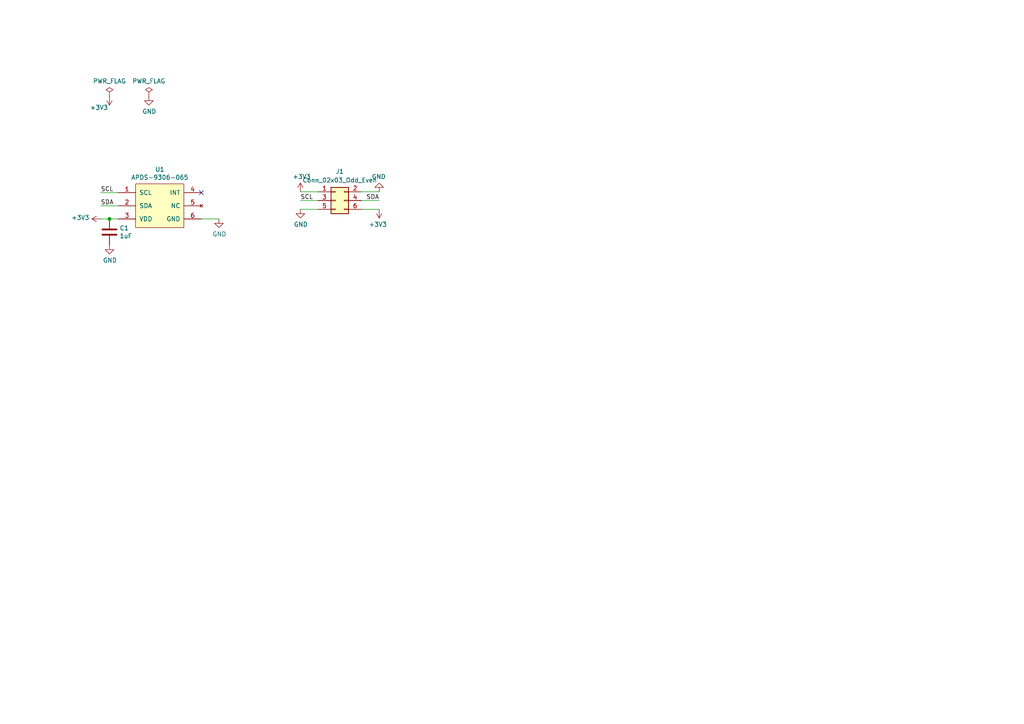
<source format=kicad_sch>
(kicad_sch (version 20211123) (generator eeschema)
  (paper "A4")
  (lib_symbols
    (symbol "Connector_Generic:Conn_02x03_Odd_Even" (pin_names (offset 1.016) hide)
      (property "Reference" "J" (at 1.27 5.08 0))
      (property "Value" "Conn_02x03_Odd_Even" (at 1.27 -5.08 0))
      (symbol "Conn_02x03_Odd_Even_1_1"
        (rectangle (start -1.27 -2.413) (end 0 -2.667) (stroke (width 0.1524)))
        (rectangle (start -1.27 0.127) (end 0 -0.127) (stroke (width 0.1524)))
        (rectangle (start -1.27 2.667) (end 0 2.413) (stroke (width 0.1524)))
        (rectangle (start -1.27 3.81) (end 3.81 -3.81) (stroke (width 0.254)) (fill (type background)))
        (rectangle (start 3.81 -2.413) (end 2.54 -2.667) (stroke (width 0.1524)))
        (rectangle (start 3.81 0.127) (end 2.54 -0.127) (stroke (width 0.1524)))
        (rectangle (start 3.81 2.667) (end 2.54 2.413) (stroke (width 0.1524)))
        (pin passive line (at -5.08 2.54 0) (length 3.81) (name "Pin_1") (number "1"))
        (pin passive line (at 7.62 2.54 180) (length 3.81) (name "Pin_2") (number "2"))
        (pin passive line (at -5.08 0 0) (length 3.81) (name "Pin_3") (number "3"))
        (pin passive line (at 7.62 0 180) (length 3.81) (name "Pin_4") (number "4"))
        (pin passive line (at -5.08 -2.54 0) (length 3.81) (name "Pin_5") (number "5"))
        (pin passive line (at 7.62 -2.54 180) (length 3.81) (name "Pin_6") (number "6"))
      )
    )
    (symbol "Device:C" (pin_numbers hide) (pin_names (offset 0.254))
      (property "Reference" "C" (at 0.635 2.54 0))
      (property "Value" "C" (at 0.635 -2.54 0))
      (symbol "C_0_1"
        (polyline (pts (xy -2.032 -0.762) (xy 2.032 -0.762)) (stroke (width 0.508)))
        (polyline (pts (xy -2.032 0.762) (xy 2.032 0.762)) (stroke (width 0.508)))
      )
      (symbol "C_1_1"
        (pin passive line (at 0 3.81 270) (length 2.794) (name "~") (number "1"))
        (pin passive line (at 0 -3.81 90) (length 2.794) (name "~") (number "2"))
      )
    )
    (symbol "GEMS:APDS-9306-065" (pin_names (offset 1.016))
      (property "Reference" "U" (at -6.35 7.62 0))
      (property "Value" "APDS-9306-065" (at 0 -7.62 0))
      (symbol "APDS-9306-065_0_1"
        (rectangle (start -7.62 6.35) (end 6.35 -6.35) (fill (type background)))
      )
      (symbol "APDS-9306-065_1_1"
        (pin input line (at -12.7 3.81 0) (length 5.08) (name "SCL") (number "1"))
        (pin bidirectional line (at -12.7 0 0) (length 5.08) (name "SDA") (number "2"))
        (pin power_in line (at -12.7 -3.81 0) (length 5.08) (name "VDD") (number "3"))
        (pin output line (at 11.43 3.81 180) (length 5.08) (name "INT") (number "4"))
        (pin no_connect line (at 11.43 0 180) (length 5.08) (name "NC") (number "5"))
        (pin power_in line (at 11.43 -3.81 180) (length 5.08) (name "GND") (number "6"))
      )
    )
    (symbol "power:GND" (power) (pin_names (offset 0))
      (property "Value" "GND" (at 0 -3.81 0))
      (symbol "GND_0_1"
        (polyline (pts (xy 0 0) (xy 0 -1.27) (xy 1.27 -1.27) (xy 0 -2.54) (xy -1.27 -1.27) (xy 0 -1.27)))
      )
      (symbol "GND_1_1"
        (pin power_in line (at 0 0 270) (length 0) hide (name "GND") (number "1"))
      )
    )
    (symbol "power:PWR_FLAG" (power) (pin_numbers hide) (pin_names (offset 0) hide)
      (property "Value" "PWR_FLAG" (at 0 3.81 0))
      (symbol "PWR_FLAG_0_0"
        (pin power_out line (at 0 0 90) (length 0) (name "pwr") (number "1"))
      )
      (symbol "PWR_FLAG_0_1"
        (polyline (pts (xy 0 0) (xy 0 1.27) (xy -1.016 1.905) (xy 0 2.54) (xy 1.016 1.905) (xy 0 1.27)))
      )
    )
    (symbol "radiation_shield_L-rescue:+3.3V-power" (power) (pin_names (offset 0))
      (property "Value" "+3.3V-power" (at 0 3.556 0))
      (symbol "+3.3V-power_0_1"
        (polyline (pts (xy -0.762 1.27) (xy 0 2.54)))
        (polyline (pts (xy 0 0) (xy 0 2.54)))
        (polyline (pts (xy 0 2.54) (xy 0.762 1.27)))
      )
      (symbol "+3.3V-power_1_1"
        (pin power_in line (at 0 0 90) (length 0) hide (name "+3V3") (number "1"))
      )
    )
    (symbol "radiation_shield_RHT-rescue:+3.3V-power" (power) (pin_names (offset 0))
      (property "Value" "+3.3V-power" (at 0 3.556 0))
      (symbol "+3.3V-power_0_1"
        (polyline (pts (xy -0.762 1.27) (xy 0 2.54)))
        (polyline (pts (xy 0 0) (xy 0 2.54)))
        (polyline (pts (xy 0 2.54) (xy 0.762 1.27)))
      )
      (symbol "+3.3V-power_1_1"
        (pin power_in line (at 0 0 90) (length 0) hide (name "+3V3") (number "1"))
      )
    )
  )
  (junction (at 31.75 63.5))
  (no_connect (at 58.42 55.88))
  (wire (pts (xy 87.122 58.166) (xy 92.202 58.166)))
  (wire (pts (xy 63.5 63.5) (xy 58.42 63.5)))
  (wire (pts (xy 109.982 60.706) (xy 104.902 60.706)))
  (wire (pts (xy 31.75 63.5) (xy 34.29 63.5)))
  (wire (pts (xy 29.21 59.69) (xy 34.29 59.69)))
  (wire (pts (xy 109.982 55.626) (xy 104.902 55.626)))
  (wire (pts (xy 87.122 60.706) (xy 92.202 60.706)))
  (wire (pts (xy 87.122 55.626) (xy 92.202 55.626)))
  (wire (pts (xy 104.902 58.166) (xy 109.982 58.166)))
  (wire (pts (xy 29.21 55.88) (xy 34.29 55.88)))
  (wire (pts (xy 29.21 63.5) (xy 31.75 63.5)))
  (label "SDA" (at 109.982 58.166 180))
  (label "SDA" (at 29.21 59.69 0))
  (label "SCL" (at 29.21 55.88 0))
  (label "SCL" (at 87.122 58.166 0))
  (symbol (lib_id "GEMS:APDS-9306-065") (at 46.99 59.69 0) (unit 1)
    (property "Reference" "U1" (at 46.355 49.149 0))
    (property "Value" "APDS-9306-065" (at 46.355 51.4604 0))
    (property "Footprint" "gems_footprints:APDS-9306-065" (effects hide))
    (property "Datasheet" "https://www.mouser.com/datasheet/2/678/V02-4755EN_DS_APDS-9306_2016-10-21-1130983.pdf" (effects hide))
    (property "Mouser" "630-APDS-9306-065" (effects hide))
    (property "Price" "0.983" (effects hide))
    (property "Mfg" "APDS-9306-065" (effects hide))
  )
  (symbol (lib_id "radiation_shield_L-rescue:+3.3V-power") (at 29.21 63.5 90) (unit 1)
    (property "Reference" "#PWR01" (effects hide))
    (property "Value" "+3.3V" (at 25.9588 63.119 90) (effects (justify left)))
  )
  (symbol (lib_id "power:GND") (at 63.5 63.5 0) (unit 1)
    (property "Reference" "#PWR05" (effects hide))
    (property "Value" "GND" (at 63.627 67.8942 0))
  )
  (symbol (lib_id "Device:C") (at 31.75 67.31 0) (unit 1)
    (property "Reference" "C1" (at 34.671 66.1416 0) (effects (justify left)))
    (property "Value" "1uF" (at 34.671 68.453 0) (effects (justify left)))
    (property "Footprint" "Capacitor_SMD:C_0603_1608Metric" (effects hide))
    (property "Mouser" "710-885012206083" (effects hide))
    (property "Price" "0.085" (effects hide))
    (property "Mfg" "885012206083" (effects hide))
  )
  (symbol (lib_id "power:GND") (at 31.75 71.12 0) (unit 1)
    (property "Reference" "#PWR02" (effects hide))
    (property "Value" "GND" (at 31.877 75.5142 0))
  )
  (symbol (lib_id "power:PWR_FLAG") (at 31.75 27.94 0) (unit 1)
    (property "Reference" "#FLG0101" (effects hide))
    (property "Value" "PWR_FLAG" (at 31.75 23.5204 0))
  )
  (symbol (lib_id "power:PWR_FLAG") (at 43.18 27.94 0) (unit 1)
    (property "Reference" "#FLG0102" (effects hide))
    (property "Value" "PWR_FLAG" (at 43.18 23.5204 0))
  )
  (symbol (lib_id "power:GND") (at 43.18 27.94 0) (unit 1)
    (property "Reference" "#PWR0101" (effects hide))
    (property "Value" "GND" (at 43.307 32.3342 0))
  )
  (symbol (lib_id "radiation_shield_L-rescue:+3.3V-power") (at 31.75 27.94 180) (unit 1)
    (property "Reference" "#PWR0102" (effects hide))
    (property "Value" "+3.3V" (at 31.369 31.1912 0) (effects (justify left)))
  )
  (symbol (lib_id "power:GND") (at 87.122 60.706 0) (unit 1)
    (property "Reference" "#PWR0105" (effects hide))
    (property "Value" "GND" (at 87.249 65.1002 0))
  )
  (symbol (lib_id "power:GND") (at 109.982 55.626 180) (unit 1)
    (property "Reference" "#PWR0103" (effects hide))
    (property "Value" "GND" (at 109.855 51.2318 0))
  )
  (symbol (lib_id "Connector_Generic:Conn_02x03_Odd_Even") (at 97.282 58.166 0) (unit 1)
    (property "Reference" "J1" (at 98.552 49.7332 0))
    (property "Value" "Conn_02x03_Odd_Even" (at 98.552 52.2732 0))
    (property "Footprint" "Connector_PinSocket_2.54mm:PinSocket_2x03_P2.54mm_Vertical" (effects hide))
    (property "Mfg" "15-44-6806" (effects hide))
    (property "Mouser" "538-15-44-6806" (effects hide))
  )
  (symbol (lib_id "radiation_shield_RHT-rescue:+3.3V-power") (at 87.122 55.626 0) (unit 1)
    (property "Reference" "#PWR0106" (effects hide))
    (property "Value" "+3.3V" (at 87.503 51.2318 0))
  )
  (symbol (lib_id "radiation_shield_RHT-rescue:+3.3V-power") (at 109.982 60.706 180) (unit 1)
    (property "Reference" "#PWR0104" (effects hide))
    (property "Value" "+3.3V" (at 109.601 65.1002 0))
  )
)
</source>
